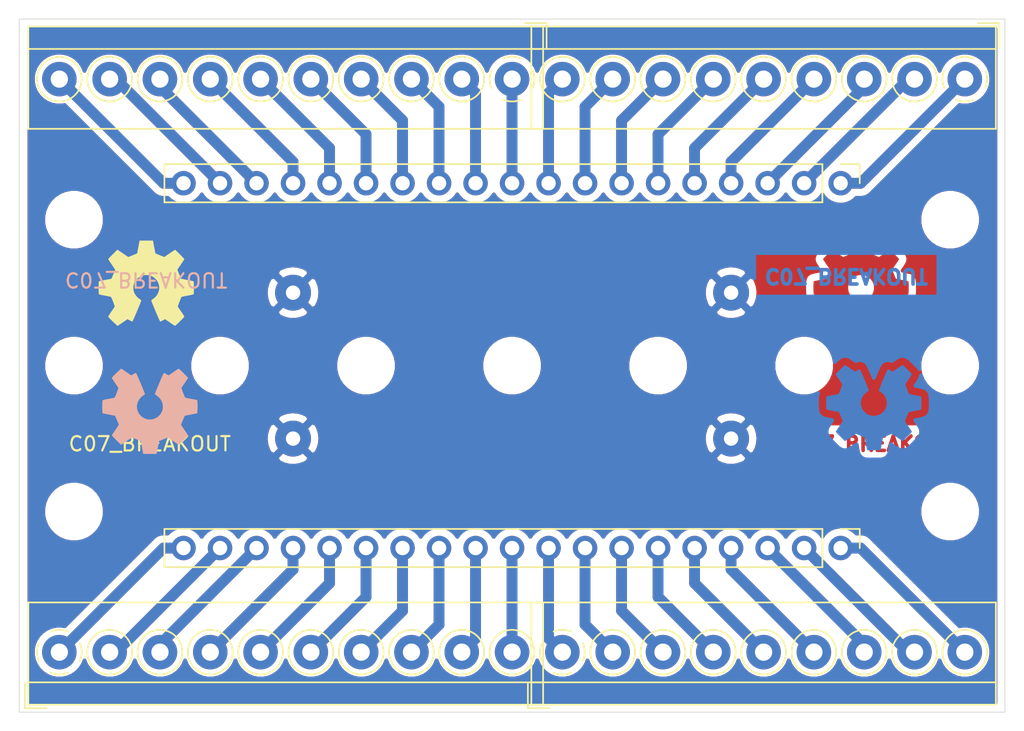
<source format=kicad_pcb>
(kicad_pcb (version 20171130) (host pcbnew 5.1.5-52549c5~86~ubuntu18.04.1)
  (title_block (title "C07 BREAKOUT") (company Galopago))
  (layers (0 F.Cu signal) (31 B.Cu signal) (34 B.Paste user) (35 F.Paste user) (36 B.SilkS user) (37 F.SilkS user) (38 B.Mask user) (39 F.Mask user) (44 Edge.Cuts user))
  (net 0 "")
  (net 1 "Net-(J0-Pad1)")
  (net 2 "Net-(J4-Pad10)")
  (net 3 "Net-(J4-Pad9)")
  (net 4 "Net-(J4-Pad8)")
  (net 5 "Net-(J4-Pad7)")
  (net 6 "Net-(J4-Pad6)")
  (net 7 "Net-(J4-Pad5)")
  (net 8 "Net-(J4-Pad4)")
  (net 9 "Net-(J4-Pad3)")
  (net 10 "Net-(J4-Pad2)")
  (net 11 "Net-(J4-Pad1)")
  (net 12 "Net-(J5-Pad9)")
  (net 13 "Net-(J5-Pad8)")
  (net 14 "Net-(J5-Pad7)")
  (net 15 "Net-(J5-Pad6)")
  (net 16 "Net-(J5-Pad5)")
  (net 17 "Net-(J5-Pad4)")
  (net 18 "Net-(J5-Pad3)")
  (net 19 "Net-(J5-Pad2)")
  (net 20 "Net-(J5-Pad1)")
  (net 21 "Net-(J6-Pad10)")
  (net 22 "Net-(J6-Pad9)")
  (net 23 "Net-(J6-Pad8)")
  (net 24 "Net-(J6-Pad7)")
  (net 25 "Net-(J6-Pad6)")
  (net 26 "Net-(J6-Pad5)")
  (net 27 "Net-(J6-Pad4)")
  (net 28 "Net-(J6-Pad3)")
  (net 29 "Net-(J6-Pad2)")
  (net 30 "Net-(J6-Pad1)")
  (net 31 "Net-(J7-Pad9)")
  (net 32 "Net-(J7-Pad8)")
  (net 33 "Net-(J7-Pad7)")
  (net 34 "Net-(J7-Pad6)")
  (net 35 "Net-(J7-Pad5)")
  (net 36 "Net-(J7-Pad4)")
  (net 37 "Net-(J7-Pad3)")
  (net 38 "Net-(J7-Pad2)")
  (net 39 "Net-(J7-Pad1)")
  (module Symbol:OSHW-Symbol_6.7x6mm_Copper (layer B.Cu) (at 79.4512 47.0408)
    (fp_text reference REF** hide)
    (fp_text value OSHW-Symbol_6.7x6mm_Copper hide)
    (fp_poly (pts (xy 0.555814 2.531069) (xy 0.639635 2.086445) (xy 0.94892 1.958947) (xy 1.258206 1.831449) (xy 1.629246 2.083754) (xy 1.733157 2.154004) (xy 1.827087 2.216728) (xy 1.906652 2.269062) (xy 1.96747 2.308143) (xy 2.005157 2.331107) (xy 2.015421 2.336058) (xy 2.03391 2.323324) (xy 2.07342 2.288118) (xy 2.129522 2.234938) (xy 2.197787 2.168282) (xy 2.273786 2.092646) (xy 2.353092 2.012528) (xy 2.431275 1.932426) (xy 2.503907 1.856836) (xy 2.566559 1.790255) (xy 2.614803 1.737182) (xy 2.64421 1.702113) (xy 2.651241 1.690377) (xy 2.641123 1.66874) (xy 2.612759 1.621338) (xy 2.569129 1.552807) (xy 2.513218 1.467785) (xy 2.448006 1.370907) (xy 2.410219 1.31565) (xy 2.341343 1.214752) (xy 2.28014 1.123701) (xy 2.229578 1.04703) (xy 2.192628 0.989272) (xy 2.172258 0.954957) (xy 2.169197 0.947746) (xy 2.176136 0.927252) (xy 2.195051 0.879487) (xy 2.223087 0.811168) (xy 2.257391 0.729011) (xy 2.295109 0.63973) (xy 2.333387 0.550042) (xy 2.36937 0.466662) (xy 2.400206 0.396306) (xy 2.423039 0.34569) (xy 2.435017 0.321529) (xy 2.435724 0.320578) (xy 2.454531 0.315964) (xy 2.504618 0.305672) (xy 2.580793 0.290713) (xy 2.677865 0.272099) (xy 2.790643 0.250841) (xy 2.856442 0.238582) (xy 2.97695 0.215638) (xy 3.085797 0.193805) (xy 3.177476 0.174278) (xy 3.246481 0.158252) (xy 3.287304 0.146921) (xy 3.295511 0.143326) (xy 3.303548 0.118994) (xy 3.310033 0.064041) (xy 3.31497 -0.015108) (xy 3.318364 -0.112026) (xy 3.320218 -0.220287) (xy 3.320538 -0.333465) (xy 3.319327 -0.445135) (xy 3.31659 -0.548868) (xy 3.312331 -0.638241) (xy 3.306555 -0.706826) (xy 3.299267 -0.748197) (xy 3.294895 -0.75681) (xy 3.268764 -0.767133) (xy 3.213393 -0.781892) (xy 3.136107 -0.799352) (xy 3.04423 -0.81778) (xy 3.012158 -0.823741) (xy 2.857524 -0.852066) (xy 2.735375 -0.874876) (xy 2.641673 -0.89308) (xy 2.572384 -0.907583) (xy 2.523471 -0.919292) (xy 2.490897 -0.929115) (xy 2.470628 -0.937956) (xy 2.458626 -0.946724) (xy 2.456947 -0.948457) (xy 2.440184 -0.976371) (xy 2.414614 -1.030695) (xy 2.382788 -1.104777) (xy 2.34726 -1.191965) (xy 2.310583 -1.285608) (xy 2.275311 -1.379052) (xy 2.243996 -1.465647) (xy 2.219193 -1.53874) (xy 2.203454 -1.591678) (xy 2.199332 -1.617811) (xy 2.199676 -1.618726) (xy 2.213641 -1.640086) (xy 2.245322 -1.687084) (xy 2.291391 -1.754827) (xy 2.348518 -1.838423) (xy 2.413373 -1.932982) (xy 2.431843 -1.959854) (xy 2.497699 -2.057275) (xy 2.55565 -2.146163) (xy 2.602538 -2.221412) (xy 2.635207 -2.27792) (xy 2.6505 -2.310581) (xy 2.651241 -2.314593) (xy 2.638392 -2.335684) (xy 2.602888 -2.377464) (xy 2.549293 -2.435445) (xy 2.482171 -2.505135) (xy 2.406087 -2.582045) (xy 2.325604 -2.661683) (xy 2.245287 -2.739561) (xy 2.169699 -2.811186) (xy 2.103405 -2.87207) (xy 2.050969 -2.917721) (xy 2.016955 -2.94365) (xy 2.007545 -2.947883) (xy 1.985643 -2.937912) (xy 1.9408 -2.91102) (xy 1.880321 -2.871736) (xy 1.833789 -2.840117) (xy 1.749475 -2.782098) (xy 1.649626 -2.713784) (xy 1.549473 -2.645579) (xy 1.495627 -2.609075) (xy 1.313371 -2.4858) (xy 1.160381 -2.56852) (xy 1.090682 -2.604759) (xy 1.031414 -2.632926) (xy 0.991311 -2.648991) (xy 0.981103 -2.651226) (xy 0.968829 -2.634722) (xy 0.944613 -2.588082) (xy 0.910263 -2.515609) (xy 0.867588 -2.421606) (xy 0.818394 -2.310374) (xy 0.76449 -2.186215) (xy 0.707684 -2.053432) (xy 0.649782 -1.916327) (xy 0.592593 -1.779202) (xy 0.537924 -1.646358) (xy 0.487584 -1.522098) (xy 0.44338 -1.410725) (xy 0.407119 -1.316539) (xy 0.380609 -1.243844) (xy 0.365658 -1.196941) (xy 0.363254 -1.180833) (xy 0.382311 -1.160286) (xy 0.424036 -1.126933) (xy 0.479706 -1.087702) (xy 0.484378 -1.084599) (xy 0.628264 -0.969423) (xy 0.744283 -0.835053) (xy 0.83143 -0.685784) (xy 0.888699 -0.525913) (xy 0.915086 -0.359737) (xy 0.909585 -0.191552) (xy 0.87119 -0.025655) (xy 0.798895 0.133658) (xy 0.777626 0.168513) (xy 0.666996 0.309263) (xy 0.536302 0.422286) (xy 0.390064 0.506997) (xy 0.232808 0.562806) (xy 0.069057 0.589126) (xy -0.096667 0.58537) (xy -0.259838 0.55095) (xy -0.415935 0.485277) (xy -0.560433 0.387765) (xy -0.605131 0.348187) (xy -0.718888 0.224297) (xy -0.801782 0.093876) (xy -0.858644 -0.052315) (xy -0.890313 -0.197088) (xy -0.898131 -0.35986) (xy -0.872062 -0.52344) (xy -0.814755 -0.682298) (xy -0.728856 -0.830906) (xy -0.617014 -0.963735) (xy -0.481877 -1.075256) (xy -0.464117 -1.087011) (xy -0.40785 -1.125508) (xy -0.365077 -1.158863) (xy -0.344628 -1.18016) (xy -0.344331 -1.180833) (xy -0.348721 -1.203871) (xy -0.366124 -1.256157) (xy -0.394732 -1.33339) (xy -0.432735 -1.431268) (xy -0.478326 -1.545491) (xy -0.529697 -1.671758) (xy -0.585038 -1.805767) (xy -0.642542 -1.943218) (xy -0.700399 -2.079808) (xy -0.756802 -2.211237) (xy -0.809942 -2.333205) (xy -0.85801 -2.441409) (xy -0.899199 -2.531549) (xy -0.931699 -2.599323) (xy -0.953703 -2.64043) (xy -0.962564 -2.651226) (xy -0.98964 -2.642819) (xy -1.040303 -2.620272) (xy -1.105817 -2.587613) (xy -1.141841 -2.56852) (xy -1.294832 -2.4858) (xy -1.477088 -2.609075) (xy -1.570125 -2.672228) (xy -1.671985 -2.741727) (xy -1.767438 -2.807165) (xy -1.81525 -2.840117) (xy -1.882495 -2.885273) (xy -1.939436 -2.921057) (xy -1.978646 -2.942938) (xy -1.991381 -2.947563) (xy -2.009917 -2.935085) (xy -2.050941 -2.900252) (xy -2.110475 -2.846678) (xy -2.184542 -2.777983) (xy -2.269165 -2.697781) (xy -2.322685 -2.646286) (xy -2.416319 -2.554286) (xy -2.497241 -2.471999) (xy -2.562177 -2.402945) (xy -2.607858 -2.350644) (xy -2.631011 -2.318616) (xy -2.633232 -2.312116) (xy -2.622924 -2.287394) (xy -2.594439 -2.237405) (xy -2.550937 -2.167212) (xy -2.495577 -2.081875) (xy -2.43152 -1.986456) (xy -2.413303 -1.959854) (xy -2.346927 -1.863167) (xy -2.287378 -1.776117) (xy -2.237984 -1.703595) (xy -2.202075 -1.650493) (xy -2.182981 -1.621703) (xy -2.181136 -1.618726) (xy -2.183895 -1.595782) (xy -2.198538 -1.545336) (xy -2.222513 -1.474041) (xy -2.253266 -1.388547) (xy -2.288244 -1.295507) (xy -2.324893 -1.201574) (xy -2.360661 -1.113399) (xy -2.392994 -1.037634) (xy -2.419338 -0.980931) (xy -2.437142 -0.949943) (xy -2.438407 -0.948457) (xy -2.449294 -0.939601) (xy -2.467682 -0.930843) (xy -2.497606 -0.921277) (xy -2.543103 -0.909996) (xy -2.608209 -0.896093) (xy -2.696961 -0.878663) (xy -2.813393 -0.856798) (xy -2.961542 -0.829591) (xy -2.993618 -0.823741) (xy -3.088686 -0.805374) (xy -3.171565 -0.787405) (xy -3.23493 -0.771569) (xy -3.271458 -0.7596) (xy -3.276356 -0.75681) (xy -3.284427 -0.732072) (xy -3.290987 -0.67679) (xy -3.296033 -0.597389) (xy -3.299559 -0.500296) (xy -3.301561 -0.391938) (xy -3.302036 -0.27874) (xy -3.300977 -0.167128) (xy -3.298382 -0.063529) (xy -3.294246 0.025632) (xy -3.288563 0.093928) (xy -3.281331 0.134934) (xy -3.276971 0.143326) (xy -3.252698 0.151792) (xy -3.197426 0.165565) (xy -3.116662 0.18345) (xy -3.015912 0.204252) (xy -2.900683 0.226777) (xy -2.837902 0.238582) (xy -2.718787 0.260849) (xy -2.612565 0.281021) (xy -2.524427 0.298085) (xy -2.459566 0.311031) (xy -2.423174 0.318845) (xy -2.417184 0.320578) (xy -2.407061 0.34011) (xy -2.385662 0.387157) (xy -2.355839 0.454997) (xy -2.320445 0.536909) (xy -2.282332 0.626172) (xy -2.244353 0.716065) (xy -2.20936 0.799865) (xy -2.180206 0.870853) (xy -2.159743 0.922306) (xy -2.150823 0.947503) (xy -2.150657 0.948604) (xy -2.160769 0.968481) (xy -2.189117 1.014223) (xy -2.232723 1.081283) (xy -2.288606 1.165116) (xy -2.353787 1.261174) (xy -2.391679 1.31635) (xy -2.460725 1.417519) (xy -2.52205 1.50937) (xy -2.572663 1.587256) (xy -2.609571 1.646531) (xy -2.629782 1.682549) (xy -2.632701 1.690623) (xy -2.620153 1.709416) (xy -2.585463 1.749543) (xy -2.533063 1.806507) (xy -2.467384 1.875815) (xy -2.392856 1.952969) (xy -2.313913 2.033475) (xy -2.234983 2.112837) (xy -2.1605 2.18656) (xy -2.094894 2.250148) (xy -2.042596 2.299106) (xy -2.008039 2.328939) (xy -1.996478 2.336058) (xy -1.977654 2.326047) (xy -1.932631 2.297922) (xy -1.865787 2.254546) (xy -1.781499 2.198782) (xy -1.684144 2.133494) (xy -1.610707 2.083754) (xy -1.239667 1.831449) (xy -0.621095 2.086445) (xy -0.537275 2.531069) (xy -0.453454 2.975693) (xy 0.471994 2.975693) (xy 0.555814 2.531069)) (layer B.Cu) (width 0.01))
  )
  (module Symbol:OSHW-Symbol_6.7x6mm_Copper (layer F.Cu) (at 78.5622 38.4048)
    (fp_text reference REF** hide)
    (fp_text value OSHW-Symbol_6.7x6mm_Copper hide)
    (fp_poly (pts (xy 0.555814 -2.531069) (xy 0.639635 -2.086445) (xy 0.94892 -1.958947) (xy 1.258206 -1.831449) (xy 1.629246 -2.083754) (xy 1.733157 -2.154004) (xy 1.827087 -2.216728) (xy 1.906652 -2.269062) (xy 1.96747 -2.308143) (xy 2.005157 -2.331107) (xy 2.015421 -2.336058) (xy 2.03391 -2.323324) (xy 2.07342 -2.288118) (xy 2.129522 -2.234938) (xy 2.197787 -2.168282) (xy 2.273786 -2.092646) (xy 2.353092 -2.012528) (xy 2.431275 -1.932426) (xy 2.503907 -1.856836) (xy 2.566559 -1.790255) (xy 2.614803 -1.737182) (xy 2.64421 -1.702113) (xy 2.651241 -1.690377) (xy 2.641123 -1.66874) (xy 2.612759 -1.621338) (xy 2.569129 -1.552807) (xy 2.513218 -1.467785) (xy 2.448006 -1.370907) (xy 2.410219 -1.31565) (xy 2.341343 -1.214752) (xy 2.28014 -1.123701) (xy 2.229578 -1.04703) (xy 2.192628 -0.989272) (xy 2.172258 -0.954957) (xy 2.169197 -0.947746) (xy 2.176136 -0.927252) (xy 2.195051 -0.879487) (xy 2.223087 -0.811168) (xy 2.257391 -0.729011) (xy 2.295109 -0.63973) (xy 2.333387 -0.550042) (xy 2.36937 -0.466662) (xy 2.400206 -0.396306) (xy 2.423039 -0.34569) (xy 2.435017 -0.321529) (xy 2.435724 -0.320578) (xy 2.454531 -0.315964) (xy 2.504618 -0.305672) (xy 2.580793 -0.290713) (xy 2.677865 -0.272099) (xy 2.790643 -0.250841) (xy 2.856442 -0.238582) (xy 2.97695 -0.215638) (xy 3.085797 -0.193805) (xy 3.177476 -0.174278) (xy 3.246481 -0.158252) (xy 3.287304 -0.146921) (xy 3.295511 -0.143326) (xy 3.303548 -0.118994) (xy 3.310033 -0.064041) (xy 3.31497 0.015108) (xy 3.318364 0.112026) (xy 3.320218 0.220287) (xy 3.320538 0.333465) (xy 3.319327 0.445135) (xy 3.31659 0.548868) (xy 3.312331 0.638241) (xy 3.306555 0.706826) (xy 3.299267 0.748197) (xy 3.294895 0.75681) (xy 3.268764 0.767133) (xy 3.213393 0.781892) (xy 3.136107 0.799352) (xy 3.04423 0.81778) (xy 3.012158 0.823741) (xy 2.857524 0.852066) (xy 2.735375 0.874876) (xy 2.641673 0.89308) (xy 2.572384 0.907583) (xy 2.523471 0.919292) (xy 2.490897 0.929115) (xy 2.470628 0.937956) (xy 2.458626 0.946724) (xy 2.456947 0.948457) (xy 2.440184 0.976371) (xy 2.414614 1.030695) (xy 2.382788 1.104777) (xy 2.34726 1.191965) (xy 2.310583 1.285608) (xy 2.275311 1.379052) (xy 2.243996 1.465647) (xy 2.219193 1.53874) (xy 2.203454 1.591678) (xy 2.199332 1.617811) (xy 2.199676 1.618726) (xy 2.213641 1.640086) (xy 2.245322 1.687084) (xy 2.291391 1.754827) (xy 2.348518 1.838423) (xy 2.413373 1.932982) (xy 2.431843 1.959854) (xy 2.497699 2.057275) (xy 2.55565 2.146163) (xy 2.602538 2.221412) (xy 2.635207 2.27792) (xy 2.6505 2.310581) (xy 2.651241 2.314593) (xy 2.638392 2.335684) (xy 2.602888 2.377464) (xy 2.549293 2.435445) (xy 2.482171 2.505135) (xy 2.406087 2.582045) (xy 2.325604 2.661683) (xy 2.245287 2.739561) (xy 2.169699 2.811186) (xy 2.103405 2.87207) (xy 2.050969 2.917721) (xy 2.016955 2.94365) (xy 2.007545 2.947883) (xy 1.985643 2.937912) (xy 1.9408 2.91102) (xy 1.880321 2.871736) (xy 1.833789 2.840117) (xy 1.749475 2.782098) (xy 1.649626 2.713784) (xy 1.549473 2.645579) (xy 1.495627 2.609075) (xy 1.313371 2.4858) (xy 1.160381 2.56852) (xy 1.090682 2.604759) (xy 1.031414 2.632926) (xy 0.991311 2.648991) (xy 0.981103 2.651226) (xy 0.968829 2.634722) (xy 0.944613 2.588082) (xy 0.910263 2.515609) (xy 0.867588 2.421606) (xy 0.818394 2.310374) (xy 0.76449 2.186215) (xy 0.707684 2.053432) (xy 0.649782 1.916327) (xy 0.592593 1.779202) (xy 0.537924 1.646358) (xy 0.487584 1.522098) (xy 0.44338 1.410725) (xy 0.407119 1.316539) (xy 0.380609 1.243844) (xy 0.365658 1.196941) (xy 0.363254 1.180833) (xy 0.382311 1.160286) (xy 0.424036 1.126933) (xy 0.479706 1.087702) (xy 0.484378 1.084599) (xy 0.628264 0.969423) (xy 0.744283 0.835053) (xy 0.83143 0.685784) (xy 0.888699 0.525913) (xy 0.915086 0.359737) (xy 0.909585 0.191552) (xy 0.87119 0.025655) (xy 0.798895 -0.133658) (xy 0.777626 -0.168513) (xy 0.666996 -0.309263) (xy 0.536302 -0.422286) (xy 0.390064 -0.506997) (xy 0.232808 -0.562806) (xy 0.069057 -0.589126) (xy -0.096667 -0.58537) (xy -0.259838 -0.55095) (xy -0.415935 -0.485277) (xy -0.560433 -0.387765) (xy -0.605131 -0.348187) (xy -0.718888 -0.224297) (xy -0.801782 -0.093876) (xy -0.858644 0.052315) (xy -0.890313 0.197088) (xy -0.898131 0.35986) (xy -0.872062 0.52344) (xy -0.814755 0.682298) (xy -0.728856 0.830906) (xy -0.617014 0.963735) (xy -0.481877 1.075256) (xy -0.464117 1.087011) (xy -0.40785 1.125508) (xy -0.365077 1.158863) (xy -0.344628 1.18016) (xy -0.344331 1.180833) (xy -0.348721 1.203871) (xy -0.366124 1.256157) (xy -0.394732 1.33339) (xy -0.432735 1.431268) (xy -0.478326 1.545491) (xy -0.529697 1.671758) (xy -0.585038 1.805767) (xy -0.642542 1.943218) (xy -0.700399 2.079808) (xy -0.756802 2.211237) (xy -0.809942 2.333205) (xy -0.85801 2.441409) (xy -0.899199 2.531549) (xy -0.931699 2.599323) (xy -0.953703 2.64043) (xy -0.962564 2.651226) (xy -0.98964 2.642819) (xy -1.040303 2.620272) (xy -1.105817 2.587613) (xy -1.141841 2.56852) (xy -1.294832 2.4858) (xy -1.477088 2.609075) (xy -1.570125 2.672228) (xy -1.671985 2.741727) (xy -1.767438 2.807165) (xy -1.81525 2.840117) (xy -1.882495 2.885273) (xy -1.939436 2.921057) (xy -1.978646 2.942938) (xy -1.991381 2.947563) (xy -2.009917 2.935085) (xy -2.050941 2.900252) (xy -2.110475 2.846678) (xy -2.184542 2.777983) (xy -2.269165 2.697781) (xy -2.322685 2.646286) (xy -2.416319 2.554286) (xy -2.497241 2.471999) (xy -2.562177 2.402945) (xy -2.607858 2.350644) (xy -2.631011 2.318616) (xy -2.633232 2.312116) (xy -2.622924 2.287394) (xy -2.594439 2.237405) (xy -2.550937 2.167212) (xy -2.495577 2.081875) (xy -2.43152 1.986456) (xy -2.413303 1.959854) (xy -2.346927 1.863167) (xy -2.287378 1.776117) (xy -2.237984 1.703595) (xy -2.202075 1.650493) (xy -2.182981 1.621703) (xy -2.181136 1.618726) (xy -2.183895 1.595782) (xy -2.198538 1.545336) (xy -2.222513 1.474041) (xy -2.253266 1.388547) (xy -2.288244 1.295507) (xy -2.324893 1.201574) (xy -2.360661 1.113399) (xy -2.392994 1.037634) (xy -2.419338 0.980931) (xy -2.437142 0.949943) (xy -2.438407 0.948457) (xy -2.449294 0.939601) (xy -2.467682 0.930843) (xy -2.497606 0.921277) (xy -2.543103 0.909996) (xy -2.608209 0.896093) (xy -2.696961 0.878663) (xy -2.813393 0.856798) (xy -2.961542 0.829591) (xy -2.993618 0.823741) (xy -3.088686 0.805374) (xy -3.171565 0.787405) (xy -3.23493 0.771569) (xy -3.271458 0.7596) (xy -3.276356 0.75681) (xy -3.284427 0.732072) (xy -3.290987 0.67679) (xy -3.296033 0.597389) (xy -3.299559 0.500296) (xy -3.301561 0.391938) (xy -3.302036 0.27874) (xy -3.300977 0.167128) (xy -3.298382 0.063529) (xy -3.294246 -0.025632) (xy -3.288563 -0.093928) (xy -3.281331 -0.134934) (xy -3.276971 -0.143326) (xy -3.252698 -0.151792) (xy -3.197426 -0.165565) (xy -3.116662 -0.18345) (xy -3.015912 -0.204252) (xy -2.900683 -0.226777) (xy -2.837902 -0.238582) (xy -2.718787 -0.260849) (xy -2.612565 -0.281021) (xy -2.524427 -0.298085) (xy -2.459566 -0.311031) (xy -2.423174 -0.318845) (xy -2.417184 -0.320578) (xy -2.407061 -0.34011) (xy -2.385662 -0.387157) (xy -2.355839 -0.454997) (xy -2.320445 -0.536909) (xy -2.282332 -0.626172) (xy -2.244353 -0.716065) (xy -2.20936 -0.799865) (xy -2.180206 -0.870853) (xy -2.159743 -0.922306) (xy -2.150823 -0.947503) (xy -2.150657 -0.948604) (xy -2.160769 -0.968481) (xy -2.189117 -1.014223) (xy -2.232723 -1.081283) (xy -2.288606 -1.165116) (xy -2.353787 -1.261174) (xy -2.391679 -1.31635) (xy -2.460725 -1.417519) (xy -2.52205 -1.50937) (xy -2.572663 -1.587256) (xy -2.609571 -1.646531) (xy -2.629782 -1.682549) (xy -2.632701 -1.690623) (xy -2.620153 -1.709416) (xy -2.585463 -1.749543) (xy -2.533063 -1.806507) (xy -2.467384 -1.875815) (xy -2.392856 -1.952969) (xy -2.313913 -2.033475) (xy -2.234983 -2.112837) (xy -2.1605 -2.18656) (xy -2.094894 -2.250148) (xy -2.042596 -2.299106) (xy -2.008039 -2.328939) (xy -1.996478 -2.336058) (xy -1.977654 -2.326047) (xy -1.932631 -2.297922) (xy -1.865787 -2.254546) (xy -1.781499 -2.198782) (xy -1.684144 -2.133494) (xy -1.610707 -2.083754) (xy -1.239667 -1.831449) (xy -0.621095 -2.086445) (xy -0.537275 -2.531069) (xy -0.453454 -2.975693) (xy 0.471994 -2.975693) (xy 0.555814 -2.531069)) (layer F.Cu) (width 0.01))
  )
  (module Symbol:OSHW-Symbol_6.7x6mm_SilkScreen (layer B.Cu) (at 29.083 47.2948)
    (fp_text reference REF** hide)
    (fp_text value OSHW-Symbol_6.7x6mm_SilkScreen hide)
  )
  (module Symbol:OSHW-Symbol_6.7x6mm_SilkScreen (layer F.Cu) (at 28.829 38.4048)
    (fp_text reference REF** hide)
    (fp_text value OSHW-Symbol_6.7x6mm_SilkScreen hide)
  )
  (module Connector_PinHeader_2.54mm:PinHeader_1x19_P2.54mm_Vertical (layer F.Cu) (at 77.15 56.83 270)
    (fp_text reference J9 hide)
    (fp_text value Conn_01x19_Female)
    (pad 19 thru_hole oval (at 0 45.72 270) (size 1.7 1.7) (drill 1) (layers *.Cu *.Mask) (net 30 "Net-(J6-Pad1)"))
    (pad 18 thru_hole oval (at 0 43.18 270) (size 1.7 1.7) (drill 1) (layers *.Cu *.Mask) (net 29 "Net-(J6-Pad2)"))
    (pad 17 thru_hole oval (at 0 40.64 270) (size 1.7 1.7) (drill 1) (layers *.Cu *.Mask) (net 28 "Net-(J6-Pad3)"))
    (pad 16 thru_hole oval (at 0 38.1 270) (size 1.7 1.7) (drill 1) (layers *.Cu *.Mask) (net 27 "Net-(J6-Pad4)"))
    (pad 15 thru_hole oval (at 0 35.56 270) (size 1.7 1.7) (drill 1) (layers *.Cu *.Mask) (net 26 "Net-(J6-Pad5)"))
    (pad 14 thru_hole oval (at 0 33.02 270) (size 1.7 1.7) (drill 1) (layers *.Cu *.Mask) (net 25 "Net-(J6-Pad6)"))
    (pad 13 thru_hole oval (at 0 30.48 270) (size 1.7 1.7) (drill 1) (layers *.Cu *.Mask) (net 24 "Net-(J6-Pad7)"))
    (pad 12 thru_hole oval (at 0 27.94 270) (size 1.7 1.7) (drill 1) (layers *.Cu *.Mask) (net 23 "Net-(J6-Pad8)"))
    (pad 11 thru_hole oval (at 0 25.4 270) (size 1.7 1.7) (drill 1) (layers *.Cu *.Mask) (net 22 "Net-(J6-Pad9)"))
    (pad 10 thru_hole oval (at 0 22.86 270) (size 1.7 1.7) (drill 1) (layers *.Cu *.Mask) (net 21 "Net-(J6-Pad10)"))
    (pad 9 thru_hole oval (at 0 20.32 270) (size 1.7 1.7) (drill 1) (layers *.Cu *.Mask) (net 39 "Net-(J7-Pad1)"))
    (pad 8 thru_hole oval (at 0 17.78 270) (size 1.7 1.7) (drill 1) (layers *.Cu *.Mask) (net 38 "Net-(J7-Pad2)"))
    (pad 7 thru_hole oval (at 0 15.24 270) (size 1.7 1.7) (drill 1) (layers *.Cu *.Mask) (net 37 "Net-(J7-Pad3)"))
    (pad 6 thru_hole oval (at 0 12.7 270) (size 1.7 1.7) (drill 1) (layers *.Cu *.Mask) (net 36 "Net-(J7-Pad4)"))
    (pad 5 thru_hole oval (at 0 10.16 270) (size 1.7 1.7) (drill 1) (layers *.Cu *.Mask) (net 35 "Net-(J7-Pad5)"))
    (pad 4 thru_hole oval (at 0 7.62 270) (size 1.7 1.7) (drill 1) (layers *.Cu *.Mask) (net 34 "Net-(J7-Pad6)"))
    (pad 3 thru_hole oval (at 0 5.08 270) (size 1.7 1.7) (drill 1) (layers *.Cu *.Mask) (net 33 "Net-(J7-Pad7)"))
    (pad 2 thru_hole oval (at 0 2.54 270) (size 1.7 1.7) (drill 1) (layers *.Cu *.Mask) (net 32 "Net-(J7-Pad8)"))
    (pad 1 thru_hole circle (at 0 0 270) (size 1.7 1.7) (drill 1) (layers *.Cu *.Mask) (net 31 "Net-(J7-Pad9)"))
  )
  (module Connector_PinHeader_2.54mm:PinHeader_1x19_P2.54mm_Vertical (layer F.Cu) (at 77.15 31.43 270)
    (fp_text reference J8 hide)
    (fp_text value Conn_01x19_Female)
    (pad 19 thru_hole oval (at 0 45.72 270) (size 1.7 1.7) (drill 1) (layers *.Cu *.Mask) (net 2 "Net-(J4-Pad10)"))
    (pad 18 thru_hole oval (at 0 43.18 270) (size 1.7 1.7) (drill 1) (layers *.Cu *.Mask) (net 3 "Net-(J4-Pad9)"))
    (pad 17 thru_hole oval (at 0 40.64 270) (size 1.7 1.7) (drill 1) (layers *.Cu *.Mask) (net 4 "Net-(J4-Pad8)"))
    (pad 16 thru_hole oval (at 0 38.1 270) (size 1.7 1.7) (drill 1) (layers *.Cu *.Mask) (net 5 "Net-(J4-Pad7)"))
    (pad 15 thru_hole oval (at 0 35.56 270) (size 1.7 1.7) (drill 1) (layers *.Cu *.Mask) (net 6 "Net-(J4-Pad6)"))
    (pad 14 thru_hole oval (at 0 33.02 270) (size 1.7 1.7) (drill 1) (layers *.Cu *.Mask) (net 7 "Net-(J4-Pad5)"))
    (pad 13 thru_hole oval (at 0 30.48 270) (size 1.7 1.7) (drill 1) (layers *.Cu *.Mask) (net 8 "Net-(J4-Pad4)"))
    (pad 12 thru_hole oval (at 0 27.94 270) (size 1.7 1.7) (drill 1) (layers *.Cu *.Mask) (net 9 "Net-(J4-Pad3)"))
    (pad 11 thru_hole oval (at 0 25.4 270) (size 1.7 1.7) (drill 1) (layers *.Cu *.Mask) (net 10 "Net-(J4-Pad2)"))
    (pad 10 thru_hole oval (at 0 22.86 270) (size 1.7 1.7) (drill 1) (layers *.Cu *.Mask) (net 11 "Net-(J4-Pad1)"))
    (pad 9 thru_hole oval (at 0 20.32 270) (size 1.7 1.7) (drill 1) (layers *.Cu *.Mask) (net 12 "Net-(J5-Pad9)"))
    (pad 8 thru_hole oval (at 0 17.78 270) (size 1.7 1.7) (drill 1) (layers *.Cu *.Mask) (net 13 "Net-(J5-Pad8)"))
    (pad 7 thru_hole oval (at 0 15.24 270) (size 1.7 1.7) (drill 1) (layers *.Cu *.Mask) (net 14 "Net-(J5-Pad7)"))
    (pad 6 thru_hole oval (at 0 12.7 270) (size 1.7 1.7) (drill 1) (layers *.Cu *.Mask) (net 15 "Net-(J5-Pad6)"))
    (pad 5 thru_hole oval (at 0 10.16 270) (size 1.7 1.7) (drill 1) (layers *.Cu *.Mask) (net 16 "Net-(J5-Pad5)"))
    (pad 4 thru_hole oval (at 0 7.62 270) (size 1.7 1.7) (drill 1) (layers *.Cu *.Mask) (net 17 "Net-(J5-Pad4)"))
    (pad 3 thru_hole oval (at 0 5.08 270) (size 1.7 1.7) (drill 1) (layers *.Cu *.Mask) (net 18 "Net-(J5-Pad3)"))
    (pad 2 thru_hole oval (at 0 2.54 270) (size 1.7 1.7) (drill 1) (layers *.Cu *.Mask) (net 19 "Net-(J5-Pad2)"))
    (pad 1 thru_hole circle (at 0 0 270) (size 1.7 1.7) (drill 1) (layers *.Cu *.Mask) (net 20 "Net-(J5-Pad1)"))
  )
  (module TerminalBlock_4Ucon:TerminalBlock_4Ucon_1x09_P3.50mm_Horizontal (layer F.Cu) (at 57.79 64.0792)
    (fp_text reference J7 hide)
    (fp_text value Conn_01x09_Female)
    (pad 9 thru_hole circle (at 28 0) (size 2.4 2.4) (drill 1.2) (layers *.Cu *.Mask) (net 31 "Net-(J7-Pad9)"))
    (pad 8 thru_hole circle (at 24.5 0) (size 2.4 2.4) (drill 1.2) (layers *.Cu *.Mask) (net 32 "Net-(J7-Pad8)"))
    (pad 7 thru_hole circle (at 21 0) (size 2.4 2.4) (drill 1.2) (layers *.Cu *.Mask) (net 33 "Net-(J7-Pad7)"))
    (pad 6 thru_hole circle (at 17.5 0) (size 2.4 2.4) (drill 1.2) (layers *.Cu *.Mask) (net 34 "Net-(J7-Pad6)"))
    (pad 5 thru_hole circle (at 14 0) (size 2.4 2.4) (drill 1.2) (layers *.Cu *.Mask) (net 35 "Net-(J7-Pad5)"))
    (pad 4 thru_hole circle (at 10.5 0) (size 2.4 2.4) (drill 1.2) (layers *.Cu *.Mask) (net 36 "Net-(J7-Pad4)"))
    (pad 3 thru_hole circle (at 7 0) (size 2.4 2.4) (drill 1.2) (layers *.Cu *.Mask) (net 37 "Net-(J7-Pad3)"))
    (pad 2 thru_hole circle (at 3.5 0) (size 2.4 2.4) (drill 1.2) (layers *.Cu *.Mask) (net 38 "Net-(J7-Pad2)"))
    (pad 1 thru_hole circle (at 0 0) (size 2.4 2.4) (drill 1.2) (layers *.Cu *.Mask) (net 39 "Net-(J7-Pad1)"))
  )
  (module TerminalBlock_4Ucon:TerminalBlock_4Ucon_1x10_P3.50mm_Horizontal (layer F.Cu) (at 22.79 64.0792)
    (fp_text reference J6 hide)
    (fp_text value Conn_01x10_Female)
    (pad 10 thru_hole circle (at 31.5 0) (size 2.4 2.4) (drill 1.2) (layers *.Cu *.Mask) (net 21 "Net-(J6-Pad10)"))
    (pad 9 thru_hole circle (at 28 0) (size 2.4 2.4) (drill 1.2) (layers *.Cu *.Mask) (net 22 "Net-(J6-Pad9)"))
    (pad 8 thru_hole circle (at 24.5 0) (size 2.4 2.4) (drill 1.2) (layers *.Cu *.Mask) (net 23 "Net-(J6-Pad8)"))
    (pad 7 thru_hole circle (at 21 0) (size 2.4 2.4) (drill 1.2) (layers *.Cu *.Mask) (net 24 "Net-(J6-Pad7)"))
    (pad 6 thru_hole circle (at 17.5 0) (size 2.4 2.4) (drill 1.2) (layers *.Cu *.Mask) (net 25 "Net-(J6-Pad6)"))
    (pad 5 thru_hole circle (at 14 0) (size 2.4 2.4) (drill 1.2) (layers *.Cu *.Mask) (net 26 "Net-(J6-Pad5)"))
    (pad 4 thru_hole circle (at 10.5 0) (size 2.4 2.4) (drill 1.2) (layers *.Cu *.Mask) (net 27 "Net-(J6-Pad4)"))
    (pad 3 thru_hole circle (at 7 0) (size 2.4 2.4) (drill 1.2) (layers *.Cu *.Mask) (net 28 "Net-(J6-Pad3)"))
    (pad 2 thru_hole circle (at 3.5 0) (size 2.4 2.4) (drill 1.2) (layers *.Cu *.Mask) (net 29 "Net-(J6-Pad2)"))
    (pad 1 thru_hole circle (at 0 0) (size 2.4 2.4) (drill 1.2) (layers *.Cu *.Mask) (net 30 "Net-(J6-Pad1)"))
  )
  (module TerminalBlock_4Ucon:TerminalBlock_4Ucon_1x09_P3.50mm_Horizontal (layer F.Cu) (at 85.79 24.1808 180)
    (fp_text reference J5 hide)
    (fp_text value Conn_01x09_Female)
    (pad 9 thru_hole circle (at 28 0 180) (size 2.4 2.4) (drill 1.2) (layers *.Cu *.Mask) (net 12 "Net-(J5-Pad9)"))
    (pad 8 thru_hole circle (at 24.5 0 180) (size 2.4 2.4) (drill 1.2) (layers *.Cu *.Mask) (net 13 "Net-(J5-Pad8)"))
    (pad 7 thru_hole circle (at 21 0 180) (size 2.4 2.4) (drill 1.2) (layers *.Cu *.Mask) (net 14 "Net-(J5-Pad7)"))
    (pad 6 thru_hole circle (at 17.5 0 180) (size 2.4 2.4) (drill 1.2) (layers *.Cu *.Mask) (net 15 "Net-(J5-Pad6)"))
    (pad 5 thru_hole circle (at 14 0 180) (size 2.4 2.4) (drill 1.2) (layers *.Cu *.Mask) (net 16 "Net-(J5-Pad5)"))
    (pad 4 thru_hole circle (at 10.5 0 180) (size 2.4 2.4) (drill 1.2) (layers *.Cu *.Mask) (net 17 "Net-(J5-Pad4)"))
    (pad 3 thru_hole circle (at 7 0 180) (size 2.4 2.4) (drill 1.2) (layers *.Cu *.Mask) (net 18 "Net-(J5-Pad3)"))
    (pad 2 thru_hole circle (at 3.5 0 180) (size 2.4 2.4) (drill 1.2) (layers *.Cu *.Mask) (net 19 "Net-(J5-Pad2)"))
    (pad 1 thru_hole circle (at 0 0 180) (size 2.4 2.4) (drill 1.2) (layers *.Cu *.Mask) (net 20 "Net-(J5-Pad1)"))
  )
  (module TerminalBlock_4Ucon:TerminalBlock_4Ucon_1x10_P3.50mm_Horizontal (layer F.Cu) (at 54.29 24.1808 180)
    (fp_text reference J4 hide)
    (fp_text value Conn_01x10_Female)
    (pad 10 thru_hole circle (at 31.5 0 180) (size 2.4 2.4) (drill 1.2) (layers *.Cu *.Mask) (net 2 "Net-(J4-Pad10)"))
    (pad 9 thru_hole circle (at 28 0 180) (size 2.4 2.4) (drill 1.2) (layers *.Cu *.Mask) (net 3 "Net-(J4-Pad9)"))
    (pad 8 thru_hole circle (at 24.5 0 180) (size 2.4 2.4) (drill 1.2) (layers *.Cu *.Mask) (net 4 "Net-(J4-Pad8)"))
    (pad 7 thru_hole circle (at 21 0 180) (size 2.4 2.4) (drill 1.2) (layers *.Cu *.Mask) (net 5 "Net-(J4-Pad7)"))
    (pad 6 thru_hole circle (at 17.5 0 180) (size 2.4 2.4) (drill 1.2) (layers *.Cu *.Mask) (net 6 "Net-(J4-Pad6)"))
    (pad 5 thru_hole circle (at 14 0 180) (size 2.4 2.4) (drill 1.2) (layers *.Cu *.Mask) (net 7 "Net-(J4-Pad5)"))
    (pad 4 thru_hole circle (at 10.5 0 180) (size 2.4 2.4) (drill 1.2) (layers *.Cu *.Mask) (net 8 "Net-(J4-Pad4)"))
    (pad 3 thru_hole circle (at 7 0 180) (size 2.4 2.4) (drill 1.2) (layers *.Cu *.Mask) (net 9 "Net-(J4-Pad3)"))
    (pad 2 thru_hole circle (at 3.5 0 180) (size 2.4 2.4) (drill 1.2) (layers *.Cu *.Mask) (net 10 "Net-(J4-Pad2)"))
    (pad 1 thru_hole circle (at 0 0 180) (size 2.4 2.4) (drill 1.2) (layers *.Cu *.Mask) (net 11 "Net-(J4-Pad1)"))
  )
  (module Connector_Wire:SolderWirePad_1x01_Drill1mm (layer F.Cu) (at 69.53 49.21)
    (fp_text reference J3 hide)
    (fp_text value Conn_01x01_Male)
    (pad 1 thru_hole circle (at 0 0) (size 2.49936 2.49936) (drill 1.00076) (layers *.Cu *.Mask) (net 1 "Net-(J0-Pad1)"))
  )
  (module Connector_Wire:SolderWirePad_1x01_Drill1mm (layer F.Cu) (at 69.53 39.05)
    (fp_text reference J2 hide)
    (fp_text value Conn_01x01_Male)
    (pad 1 thru_hole circle (at 0 0) (size 2.49936 2.49936) (drill 1.00076) (layers *.Cu *.Mask) (net 1 "Net-(J0-Pad1)"))
  )
  (module Connector_Wire:SolderWirePad_1x01_Drill1mm (layer F.Cu) (at 39.05 39.05)
    (fp_text reference J1 hide)
    (fp_text value Conn_01x01_Male)
    (pad 1 thru_hole circle (at 0 0) (size 2.49936 2.49936) (drill 1.00076) (layers *.Cu *.Mask) (net 1 "Net-(J0-Pad1)"))
  )
  (module Connector_Wire:SolderWirePad_1x01_Drill1mm (layer F.Cu) (at 39.05 49.21)
    (fp_text reference J0 hide)
    (fp_text value Conn_01x01_Male)
    (pad 1 thru_hole circle (at 0 0) (size 2.49936 2.49936) (drill 1.00076) (layers *.Cu *.Mask) (net 1 "Net-(J0-Pad1)"))
  )
  (module MountingHole:MountingHole_3mm (layer F.Cu) (at 84.77 54.29)
    (fp_text reference HD6 hide)
    (fp_text value MountingHole)
    (pad 1 np_thru_hole circle (at 0 0) (size 3 3) (drill 3) (layers *.Cu *.Mask))
  )
  (module MountingHole:MountingHole_3mm (layer F.Cu) (at 23.81 54.29)
    (fp_text reference HD0 hide)
    (fp_text value MountingHole)
    (pad 1 np_thru_hole circle (at 0 0) (size 3 3) (drill 3) (layers *.Cu *.Mask))
  )
  (module MountingHole:MountingHole_3mm (layer F.Cu) (at 74.61 44.13)
    (fp_text reference HC5 hide)
    (fp_text value MountingHole)
    (pad 1 np_thru_hole circle (at 0 0) (size 3 3) (drill 3) (layers *.Cu *.Mask))
  )
  (module MountingHole:MountingHole_3mm (layer F.Cu) (at 84.77 44.13)
    (fp_text reference HC6 hide)
    (fp_text value MountingHole)
    (pad 1 np_thru_hole circle (at 0 0) (size 3 3) (drill 3) (layers *.Cu *.Mask))
  )
  (module MountingHole:MountingHole_3mm (layer F.Cu) (at 64.45 44.13)
    (fp_text reference HC4 hide)
    (fp_text value MountingHole)
    (pad 1 np_thru_hole circle (at 0 0) (size 3 3) (drill 3) (layers *.Cu *.Mask))
  )
  (module MountingHole:MountingHole_3mm (layer F.Cu) (at 54.29 44.13)
    (fp_text reference HC3 hide)
    (fp_text value MountingHole)
    (pad 1 np_thru_hole circle (at 0 0) (size 3 3) (drill 3) (layers *.Cu *.Mask))
  )
  (module MountingHole:MountingHole_3mm (layer F.Cu) (at 44.13 44.13)
    (fp_text reference HC2 hide)
    (fp_text value MountingHole)
    (pad 1 np_thru_hole circle (at 0 0) (size 3 3) (drill 3) (layers *.Cu *.Mask))
  )
  (module MountingHole:MountingHole_3mm (layer F.Cu) (at 33.97 44.13)
    (fp_text reference HC1 hide)
    (fp_text value MountingHole)
    (pad 1 np_thru_hole circle (at 0 0) (size 3 3) (drill 3) (layers *.Cu *.Mask))
  )
  (module MountingHole:MountingHole_3mm (layer F.Cu) (at 23.81 44.13)
    (fp_text reference HC0 hide)
    (fp_text value MountingHole)
    (pad 1 np_thru_hole circle (at 0 0) (size 3 3) (drill 3) (layers *.Cu *.Mask))
  )
  (module MountingHole:MountingHole_3mm (layer F.Cu) (at 84.77 33.97)
    (fp_text reference HB6 hide)
    (fp_text value MountingHole)
    (pad 1 np_thru_hole circle (at 0 0) (size 3 3) (drill 3) (layers *.Cu *.Mask))
  )
  (module MountingHole:MountingHole_3mm (layer F.Cu) (at 23.81 33.97)
    (fp_text reference HB0 hide)
    (fp_text value MountingHole)
    (pad 1 np_thru_hole circle (at 0 0) (size 3 3) (drill 3) (layers *.Cu *.Mask))
  )
  (gr_text C07_BREAKOUT (at 79.4512 49.5808) (layer F.Cu) (effects (font (size 1 1) (thickness 0.25))))
  (gr_text C07_BREAKOUT (at 77.5462 37.8968 -180) (layer B.Cu) (effects (font (size 1 1) (thickness 0.25)) (justify mirror)))
  (gr_text C07_BREAKOUT (at 29.083 49.5808) (layer F.SilkS) (effects (font (size 1 1))))
  (gr_text C07_BREAKOUT (at 28.829 38.1508 -180) (layer B.SilkS) (effects (font (size 1 1)) (justify mirror)))
  (gr_line (start 88.58 20) (end 88.58 68.26) (layer Edge.Cuts) (width 0.05))
  (gr_line (start 20 68.26) (end 88.58 68.26) (layer Edge.Cuts) (width 0.05))
  (gr_line (start 20 20) (end 88.58 20) (layer Edge.Cuts) (width 0.05))
  (gr_line (start 20 20) (end 20 68.26) (layer Edge.Cuts) (width 0.05))
  (segment (start 30.0392 31.43) (end 22.79 24.1808) (width 0.75) (layer F.Cu) (net 2))
  (segment (start 31.43 31.43) (end 30.0392 31.43) (width 0.75) (layer F.Cu) (net 2))
  (segment (start 30.0392 31.43) (end 22.79 24.1808) (width 0.75) (layer B.Cu) (net 2))
  (segment (start 31.43 31.43) (end 30.0392 31.43) (width 0.75) (layer B.Cu) (net 2))
  (segment (start 26.7208 24.1808) (end 26.29 24.1808) (width 0.75) (layer F.Cu) (net 3))
  (segment (start 33.97 31.43) (end 26.7208 24.1808) (width 0.75) (layer F.Cu) (net 3))
  (segment (start 26.7208 24.1808) (end 26.29 24.1808) (width 0.75) (layer B.Cu) (net 3))
  (segment (start 33.97 31.43) (end 26.7208 24.1808) (width 0.75) (layer B.Cu) (net 3))
  (segment (start 29.79 24.71) (end 29.79 24.1808) (width 0.75) (layer F.Cu) (net 4))
  (segment (start 36.51 31.43) (end 29.79 24.71) (width 0.75) (layer F.Cu) (net 4))
  (segment (start 29.79 24.71) (end 29.79 24.1808) (width 0.75) (layer B.Cu) (net 4))
  (segment (start 36.51 31.43) (end 29.79 24.71) (width 0.75) (layer B.Cu) (net 4))
  (segment (start 39.05 29.9408) (end 33.29 24.1808) (width 0.75) (layer F.Cu) (net 5))
  (segment (start 39.05 31.43) (end 39.05 29.9408) (width 0.75) (layer F.Cu) (net 5))
  (segment (start 39.05 29.9408) (end 33.29 24.1808) (width 0.75) (layer B.Cu) (net 5))
  (segment (start 39.05 31.43) (end 39.05 29.9408) (width 0.75) (layer B.Cu) (net 5))
  (segment (start 41.59 28.9808) (end 36.79 24.1808) (width 0.75) (layer F.Cu) (net 6))
  (segment (start 41.59 31.43) (end 41.59 28.9808) (width 0.75) (layer F.Cu) (net 6))
  (segment (start 41.59 28.9808) (end 36.79 24.1808) (width 0.75) (layer B.Cu) (net 6))
  (segment (start 41.59 31.43) (end 41.59 28.9808) (width 0.75) (layer B.Cu) (net 6))
  (segment (start 44.13 28.0208) (end 40.29 24.1808) (width 0.75) (layer F.Cu) (net 7))
  (segment (start 44.13 31.43) (end 44.13 28.0208) (width 0.75) (layer F.Cu) (net 7))
  (segment (start 44.13 28.0208) (end 40.29 24.1808) (width 0.75) (layer B.Cu) (net 7))
  (segment (start 44.13 31.43) (end 44.13 28.0208) (width 0.75) (layer B.Cu) (net 7))
  (segment (start 46.67 27.0608) (end 43.79 24.1808) (width 0.75) (layer F.Cu) (net 8))
  (segment (start 46.67 31.43) (end 46.67 27.0608) (width 0.75) (layer F.Cu) (net 8))
  (segment (start 46.67 27.0608) (end 43.79 24.1808) (width 0.75) (layer B.Cu) (net 8))
  (segment (start 46.67 31.43) (end 46.67 27.0608) (width 0.75) (layer B.Cu) (net 8))
  (segment (start 49.21 26.1008) (end 47.29 24.1808) (width 0.75) (layer F.Cu) (net 9))
  (segment (start 49.21 31.43) (end 49.21 26.1008) (width 0.75) (layer F.Cu) (net 9))
  (segment (start 49.21 26.1008) (end 47.29 24.1808) (width 0.75) (layer B.Cu) (net 9))
  (segment (start 49.21 31.43) (end 49.21 26.1008) (width 0.75) (layer B.Cu) (net 9))
  (segment (start 51.75 25.1408) (end 50.79 24.1808) (width 0.75) (layer F.Cu) (net 10))
  (segment (start 51.75 31.43) (end 51.75 25.1408) (width 0.75) (layer F.Cu) (net 10))
  (segment (start 51.75 25.1408) (end 50.79 24.1808) (width 0.75) (layer B.Cu) (net 10))
  (segment (start 51.75 31.43) (end 51.75 25.1408) (width 0.75) (layer B.Cu) (net 10))
  (segment (start 54.29 24.1808) (end 54.29 31.43) (width 0.75) (layer F.Cu) (net 11))
  (segment (start 54.29 31.43) (end 54.29 24.1808) (width 0.75) (layer B.Cu) (net 11))
  (segment (start 56.83 25.1408) (end 57.79 24.1808) (width 0.75) (layer F.Cu) (net 12))
  (segment (start 56.83 31.43) (end 56.83 25.1408) (width 0.75) (layer F.Cu) (net 12))
  (segment (start 56.83 25.1408) (end 57.79 24.1808) (width 0.75) (layer B.Cu) (net 12))
  (segment (start 56.83 31.43) (end 56.83 25.1408) (width 0.75) (layer B.Cu) (net 12))
  (segment (start 59.37 26.1008) (end 61.29 24.1808) (width 0.75) (layer F.Cu) (net 13))
  (segment (start 59.37 31.43) (end 59.37 26.1008) (width 0.75) (layer F.Cu) (net 13))
  (segment (start 59.37 26.1008) (end 61.29 24.1808) (width 0.75) (layer B.Cu) (net 13))
  (segment (start 59.37 31.43) (end 59.37 26.1008) (width 0.75) (layer B.Cu) (net 13))
  (segment (start 61.91 27.0608) (end 64.79 24.1808) (width 0.75) (layer F.Cu) (net 14))
  (segment (start 61.91 31.43) (end 61.91 27.0608) (width 0.75) (layer F.Cu) (net 14))
  (segment (start 61.91 27.0608) (end 64.79 24.1808) (width 0.75) (layer B.Cu) (net 14))
  (segment (start 61.91 31.43) (end 61.91 27.0608) (width 0.75) (layer B.Cu) (net 14))
  (segment (start 64.45 28.0208) (end 67.7418 24.729) (width 0.75) (layer F.Cu) (net 15))
  (segment (start 64.45 31.43) (end 64.45 28.0208) (width 0.75) (layer F.Cu) (net 15))
  (segment (start 64.45 28.0208) (end 68.29 24.1808) (width 0.75) (layer B.Cu) (net 15))
  (segment (start 64.45 31.43) (end 64.45 28.0208) (width 0.75) (layer B.Cu) (net 15))
  (segment (start 66.99 28.9808) (end 71.79 24.1808) (width 0.75) (layer F.Cu) (net 16))
  (segment (start 66.99 31.43) (end 66.99 28.9808) (width 0.75) (layer F.Cu) (net 16))
  (segment (start 66.99 28.9808) (end 71.79 24.1808) (width 0.75) (layer B.Cu) (net 16))
  (segment (start 66.99 31.43) (end 66.99 28.9808) (width 0.75) (layer B.Cu) (net 16))
  (segment (start 69.53 29.9408) (end 75.29 24.1808) (width 0.75) (layer F.Cu) (net 17))
  (segment (start 69.53 31.43) (end 69.53 29.9408) (width 0.75) (layer F.Cu) (net 17))
  (segment (start 69.53 29.9408) (end 75.29 24.1808) (width 0.75) (layer B.Cu) (net 17))
  (segment (start 69.53 31.43) (end 69.53 29.9408) (width 0.75) (layer B.Cu) (net 17))
  (segment (start 78.79 24.71) (end 78.79 24.1808) (width 0.75) (layer F.Cu) (net 18))
  (segment (start 72.07 31.43) (end 78.79 24.71) (width 0.75) (layer F.Cu) (net 18))
  (segment (start 78.79 24.71) (end 78.79 24.1808) (width 0.75) (layer B.Cu) (net 18))
  (segment (start 72.07 31.43) (end 78.79 24.71) (width 0.75) (layer B.Cu) (net 18))
  (segment (start 81.8592 24.1808) (end 82.29 24.1808) (width 0.75) (layer F.Cu) (net 19))
  (segment (start 74.61 31.43) (end 81.8592 24.1808) (width 0.75) (layer F.Cu) (net 19))
  (segment (start 81.8592 24.1808) (end 82.29 24.1808) (width 0.75) (layer B.Cu) (net 19))
  (segment (start 74.61 31.43) (end 81.8592 24.1808) (width 0.75) (layer B.Cu) (net 19))
  (segment (start 78.5408 31.43) (end 85.79 24.1808) (width 0.75) (layer F.Cu) (net 20))
  (segment (start 77.15 31.43) (end 78.5408 31.43) (width 0.75) (layer F.Cu) (net 20))
  (segment (start 78.5408 31.43) (end 85.79 24.1808) (width 0.75) (layer B.Cu) (net 20))
  (segment (start 77.15 31.43) (end 78.5408 31.43) (width 0.75) (layer B.Cu) (net 20))
  (segment (start 54.29 56.83) (end 54.29 64.0792) (width 0.75) (layer F.Cu) (net 21))
  (segment (start 54.29 56.83) (end 54.29 64.0792) (width 0.75) (layer B.Cu) (net 21))
  (segment (start 51.75 63.1192) (end 50.79 64.0792) (width 0.75) (layer F.Cu) (net 22))
  (segment (start 51.75 56.83) (end 51.75 63.1192) (width 0.75) (layer F.Cu) (net 22))
  (segment (start 51.75 63.1192) (end 50.79 64.0792) (width 0.75) (layer B.Cu) (net 22))
  (segment (start 51.75 56.83) (end 51.75 63.1192) (width 0.75) (layer B.Cu) (net 22))
  (segment (start 49.21 62.1592) (end 47.29 64.0792) (width 0.75) (layer F.Cu) (net 23))
  (segment (start 49.21 56.83) (end 49.21 62.1592) (width 0.75) (layer F.Cu) (net 23))
  (segment (start 49.21 62.1592) (end 47.29 64.0792) (width 0.75) (layer B.Cu) (net 23))
  (segment (start 49.21 56.83) (end 49.21 62.1592) (width 0.75) (layer B.Cu) (net 23))
  (segment (start 46.67 61.1992) (end 43.79 64.0792) (width 0.75) (layer F.Cu) (net 24))
  (segment (start 46.67 56.83) (end 46.67 61.1992) (width 0.75) (layer F.Cu) (net 24))
  (segment (start 46.67 61.1992) (end 43.79 64.0792) (width 0.75) (layer B.Cu) (net 24))
  (segment (start 46.67 56.83) (end 46.67 61.1992) (width 0.75) (layer B.Cu) (net 24))
  (segment (start 44.13 60.2392) (end 40.29 64.0792) (width 0.75) (layer F.Cu) (net 25))
  (segment (start 44.13 56.83) (end 44.13 60.2392) (width 0.75) (layer F.Cu) (net 25))
  (segment (start 44.13 60.2392) (end 40.29 64.0792) (width 0.75) (layer B.Cu) (net 25))
  (segment (start 44.13 56.83) (end 44.13 60.2392) (width 0.75) (layer B.Cu) (net 25))
  (segment (start 41.59 59.2792) (end 36.79 64.0792) (width 0.75) (layer F.Cu) (net 26))
  (segment (start 41.59 56.83) (end 41.59 59.2792) (width 0.75) (layer F.Cu) (net 26))
  (segment (start 41.59 59.2792) (end 36.79 64.0792) (width 0.75) (layer B.Cu) (net 26))
  (segment (start 41.59 56.83) (end 41.59 59.2792) (width 0.75) (layer B.Cu) (net 26))
  (segment (start 39.05 58.3192) (end 33.29 64.0792) (width 0.75) (layer F.Cu) (net 27))
  (segment (start 39.05 56.83) (end 39.05 58.3192) (width 0.75) (layer F.Cu) (net 27))
  (segment (start 39.05 58.3192) (end 33.29 64.0792) (width 0.75) (layer B.Cu) (net 27))
  (segment (start 39.05 56.83) (end 39.05 58.3192) (width 0.75) (layer B.Cu) (net 27))
  (segment (start 29.79 63.55) (end 29.79 64.0792) (width 0.75) (layer F.Cu) (net 28))
  (segment (start 36.51 56.83) (end 29.79 63.55) (width 0.75) (layer F.Cu) (net 28))
  (segment (start 29.79 63.55) (end 29.79 64.0792) (width 0.75) (layer B.Cu) (net 28))
  (segment (start 36.51 56.83) (end 29.79 63.55) (width 0.75) (layer B.Cu) (net 28))
  (segment (start 26.7208 64.0792) (end 26.29 64.0792) (width 0.75) (layer F.Cu) (net 29))
  (segment (start 33.97 56.83) (end 26.7208 64.0792) (width 0.75) (layer F.Cu) (net 29))
  (segment (start 26.7208 64.0792) (end 26.29 64.0792) (width 0.75) (layer B.Cu) (net 29))
  (segment (start 33.97 56.83) (end 26.7208 64.0792) (width 0.75) (layer B.Cu) (net 29))
  (segment (start 30.0392 56.83) (end 22.79 64.0792) (width 0.75) (layer F.Cu) (net 30))
  (segment (start 31.43 56.83) (end 30.0392 56.83) (width 0.75) (layer F.Cu) (net 30))
  (segment (start 30.0392 56.83) (end 22.79 64.0792) (width 0.75) (layer B.Cu) (net 30))
  (segment (start 31.43 56.83) (end 30.0392 56.83) (width 0.75) (layer B.Cu) (net 30))
  (segment (start 78.5408 56.83) (end 85.79 64.0792) (width 0.75) (layer F.Cu) (net 31))
  (segment (start 77.15 56.83) (end 78.5408 56.83) (width 0.75) (layer F.Cu) (net 31))
  (segment (start 78.5408 56.83) (end 85.79 64.0792) (width 0.75) (layer B.Cu) (net 31))
  (segment (start 77.15 56.83) (end 78.5408 56.83) (width 0.75) (layer B.Cu) (net 31))
  (segment (start 81.8592 64.0792) (end 82.29 64.0792) (width 0.75) (layer F.Cu) (net 32))
  (segment (start 74.61 56.83) (end 81.8592 64.0792) (width 0.75) (layer F.Cu) (net 32))
  (segment (start 81.8592 64.0792) (end 82.29 64.0792) (width 0.75) (layer B.Cu) (net 32))
  (segment (start 74.61 56.83) (end 81.8592 64.0792) (width 0.75) (layer B.Cu) (net 32))
  (segment (start 78.79 63.55) (end 78.79 64.0792) (width 0.75) (layer F.Cu) (net 33))
  (segment (start 72.07 56.83) (end 78.79 63.55) (width 0.75) (layer F.Cu) (net 33))
  (segment (start 78.79 63.55) (end 78.79 64.0792) (width 0.75) (layer B.Cu) (net 33))
  (segment (start 72.07 56.83) (end 78.79 63.55) (width 0.75) (layer B.Cu) (net 33))
  (segment (start 69.53 58.3192) (end 75.29 64.0792) (width 0.75) (layer F.Cu) (net 34))
  (segment (start 69.53 56.83) (end 69.53 58.3192) (width 0.75) (layer F.Cu) (net 34))
  (segment (start 69.53 58.3192) (end 75.29 64.0792) (width 0.75) (layer B.Cu) (net 34))
  (segment (start 69.53 56.83) (end 69.53 58.3192) (width 0.75) (layer B.Cu) (net 34))
  (segment (start 66.99 59.2792) (end 71.79 64.0792) (width 0.75) (layer F.Cu) (net 35))
  (segment (start 66.99 56.83) (end 66.99 59.2792) (width 0.75) (layer F.Cu) (net 35))
  (segment (start 66.99 59.2792) (end 71.79 64.0792) (width 0.75) (layer B.Cu) (net 35))
  (segment (start 66.99 56.83) (end 66.99 59.2792) (width 0.75) (layer B.Cu) (net 35))
  (segment (start 64.45 60.2392) (end 68.29 64.0792) (width 0.75) (layer F.Cu) (net 36))
  (segment (start 64.45 56.83) (end 64.45 60.2392) (width 0.75) (layer F.Cu) (net 36))
  (segment (start 64.45 60.2392) (end 68.29 64.0792) (width 0.75) (layer B.Cu) (net 36))
  (segment (start 64.45 56.83) (end 64.45 60.2392) (width 0.75) (layer B.Cu) (net 36))
  (segment (start 61.91 61.1992) (end 64.79 64.0792) (width 0.75) (layer F.Cu) (net 37))
  (segment (start 61.91 56.83) (end 61.91 61.1992) (width 0.75) (layer F.Cu) (net 37))
  (segment (start 61.91 61.1992) (end 64.79 64.0792) (width 0.75) (layer B.Cu) (net 37))
  (segment (start 61.91 56.83) (end 61.91 61.1992) (width 0.75) (layer B.Cu) (net 37))
  (segment (start 59.37 62.1592) (end 61.29 64.0792) (width 0.75) (layer F.Cu) (net 38))
  (segment (start 59.37 56.83) (end 59.37 62.1592) (width 0.75) (layer F.Cu) (net 38))
  (segment (start 59.37 62.1592) (end 61.29 64.0792) (width 0.75) (layer B.Cu) (net 38))
  (segment (start 59.37 56.83) (end 59.37 62.1592) (width 0.75) (layer B.Cu) (net 38))
  (segment (start 56.83 63.1192) (end 57.79 64.0792) (width 0.75) (layer F.Cu) (net 39))
  (segment (start 56.83 56.83) (end 56.83 63.1192) (width 0.75) (layer F.Cu) (net 39))
  (segment (start 56.83 63.1192) (end 57.79 64.0792) (width 0.75) (layer B.Cu) (net 39))
  (segment (start 56.83 56.83) (end 56.83 63.1192) (width 0.75) (layer B.Cu) (net 39))
  (zone (net 1) (net_name "Net-(J0-Pad1)") (layer F.Cu) (connect_pads (clearance 0.508)) (min_thickness 0.254) (fill yes (arc_segments 32) (thermal_gap 0.508) (thermal_bridge_width 0.508))
    (polygon (pts (xy 88.0618 67.818) (xy 20.574 67.818) (xy 20.574 20.3962) (xy 88.0618 20.447)))
  )
  (zone (net 1) (net_name "Net-(J0-Pad1)") (layer B.Cu) (connect_pads (clearance 0.508)) (min_thickness 0.254) (fill yes (arc_segments 32) (thermal_gap 0.508) (thermal_bridge_width 0.508))
    (polygon (pts (xy 88.0872 67.818) (xy 20.5994 67.8434) (xy 20.5994 20.3962) (xy 88.0618 20.447)))
  )
)
</source>
